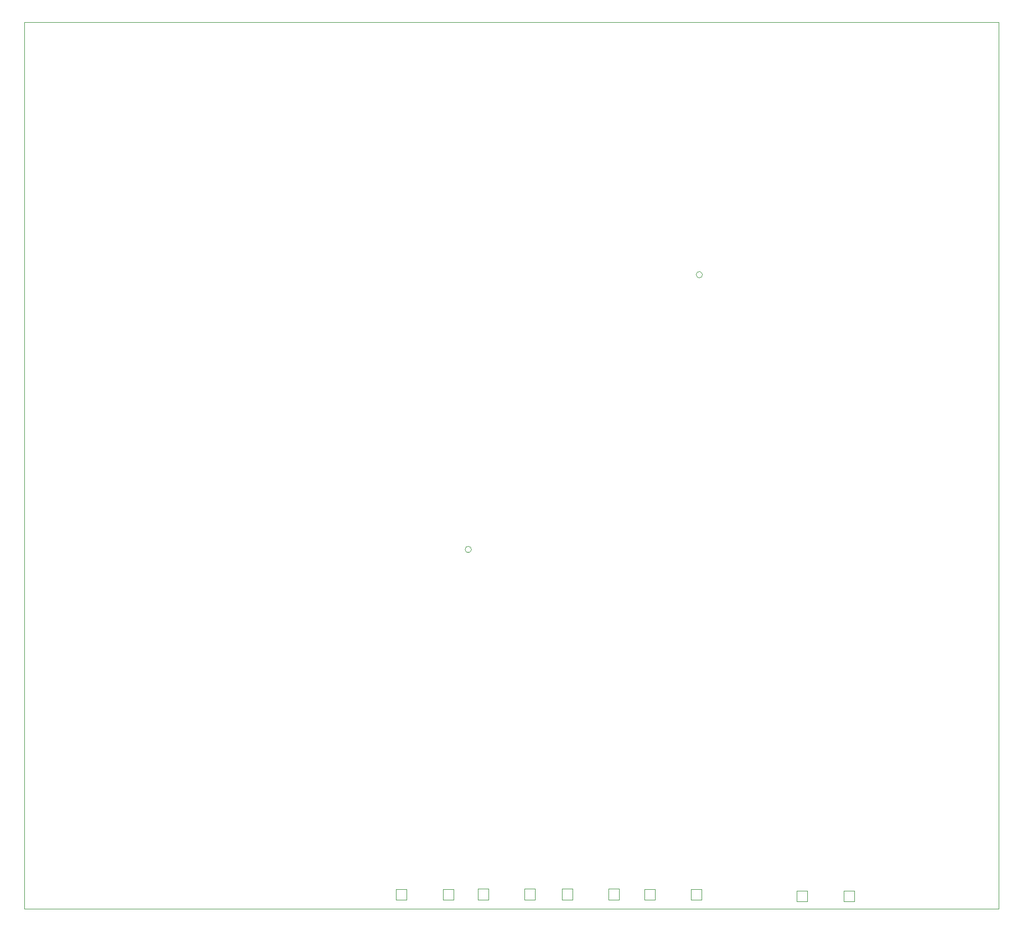
<source format=gm1>
G04 #@! TF.GenerationSoftware,KiCad,Pcbnew,8.0.0-rc1*
G04 #@! TF.CreationDate,2024-01-18T13:04:10+03:00*
G04 #@! TF.ProjectId,MXVR_3566,4d585652-5f33-4353-9636-2e6b69636164,REV1*
G04 #@! TF.SameCoordinates,Original*
G04 #@! TF.FileFunction,Profile,NP*
%FSLAX46Y46*%
G04 Gerber Fmt 4.6, Leading zero omitted, Abs format (unit mm)*
G04 Created by KiCad (PCBNEW 8.0.0-rc1) date 2024-01-18 13:04:10*
%MOMM*%
%LPD*%
G01*
G04 APERTURE LIST*
G04 #@! TA.AperFunction,Profile*
%ADD10C,0.050000*%
G04 #@! TD*
G04 APERTURE END LIST*
D10*
X47470000Y-25550000D02*
X203470000Y-25550000D01*
X203470000Y-167550000D01*
X47470000Y-167550000D01*
X47470000Y-25550000D01*
X106960000Y-164420000D02*
X108660000Y-164420000D01*
X108660000Y-166120000D01*
X106960000Y-166120000D01*
X106960000Y-164420000D01*
X114460000Y-164420000D02*
X116160000Y-164420000D01*
X116160000Y-166120000D01*
X114460000Y-166120000D01*
X114460000Y-164420000D01*
X146720000Y-164430000D02*
X148420000Y-164430000D01*
X148420000Y-166130000D01*
X146720000Y-166130000D01*
X146720000Y-164430000D01*
X154220000Y-164430000D02*
X155920000Y-164430000D01*
X155920000Y-166130000D01*
X154220000Y-166130000D01*
X154220000Y-164430000D01*
X119035000Y-110020000D02*
G75*
G02*
X118035000Y-110020000I-500000J0D01*
G01*
X118035000Y-110020000D02*
G75*
G02*
X119035000Y-110020000I500000J0D01*
G01*
X156035000Y-66020000D02*
G75*
G02*
X155035000Y-66020000I-500000J0D01*
G01*
X155035000Y-66020000D02*
G75*
G02*
X156035000Y-66020000I500000J0D01*
G01*
X120050000Y-164390000D02*
X121750000Y-164390000D01*
X121750000Y-166090000D01*
X120050000Y-166090000D01*
X120050000Y-164390000D01*
X127550000Y-164390000D02*
X129250000Y-164390000D01*
X129250000Y-166090000D01*
X127550000Y-166090000D01*
X127550000Y-164390000D01*
X133520000Y-164390000D02*
X135220000Y-164390000D01*
X135220000Y-166090000D01*
X133520000Y-166090000D01*
X133520000Y-164390000D01*
X141020000Y-164390000D02*
X142720000Y-164390000D01*
X142720000Y-166090000D01*
X141020000Y-166090000D01*
X141020000Y-164390000D01*
X171140000Y-166420000D02*
X172840000Y-166420000D01*
X172840000Y-164720000D01*
X171140000Y-164720000D01*
X171140000Y-166420000D01*
X178640000Y-166420000D02*
X180340000Y-166420000D01*
X180340000Y-164720000D01*
X178640000Y-164720000D01*
X178640000Y-166420000D01*
M02*

</source>
